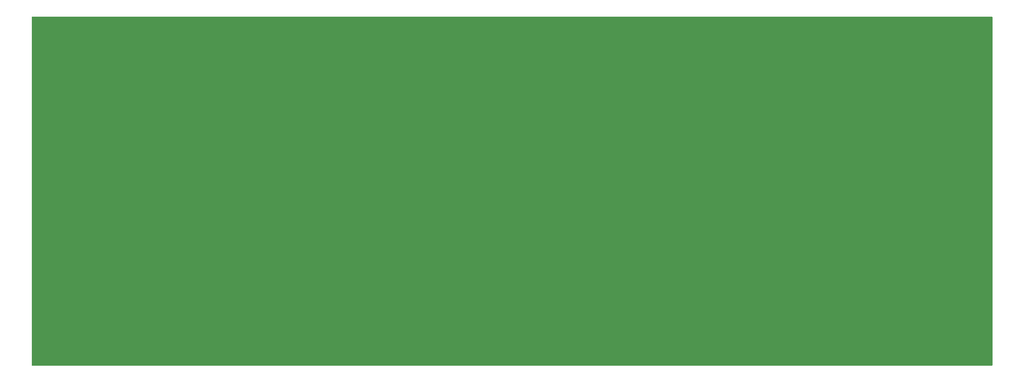
<source format=gbr>
%TF.GenerationSoftware,KiCad,Pcbnew,7.0.7*%
%TF.CreationDate,2025-01-28T13:25:58-05:00*%
%TF.ProjectId,s100 power,73313030-2070-46f7-9765-722e6b696361,rev?*%
%TF.SameCoordinates,Original*%
%TF.FileFunction,Soldermask,Top*%
%TF.FilePolarity,Negative*%
%FSLAX46Y46*%
G04 Gerber Fmt 4.6, Leading zero omitted, Abs format (unit mm)*
G04 Created by KiCad (PCBNEW 7.0.7) date 2025-01-28 13:25:58*
%MOMM*%
%LPD*%
G01*
G04 APERTURE LIST*
G04 Aperture macros list*
%AMRoundRect*
0 Rectangle with rounded corners*
0 $1 Rounding radius*
0 $2 $3 $4 $5 $6 $7 $8 $9 X,Y pos of 4 corners*
0 Add a 4 corners polygon primitive as box body*
4,1,4,$2,$3,$4,$5,$6,$7,$8,$9,$2,$3,0*
0 Add four circle primitives for the rounded corners*
1,1,$1+$1,$2,$3*
1,1,$1+$1,$4,$5*
1,1,$1+$1,$6,$7*
1,1,$1+$1,$8,$9*
0 Add four rect primitives between the rounded corners*
20,1,$1+$1,$2,$3,$4,$5,0*
20,1,$1+$1,$4,$5,$6,$7,0*
20,1,$1+$1,$6,$7,$8,$9,0*
20,1,$1+$1,$8,$9,$2,$3,0*%
G04 Aperture macros list end*
%ADD10C,3.174000*%
%ADD11C,3.700000*%
%ADD12R,4.000000X4.000000*%
%ADD13C,4.000000*%
%ADD14R,3.200000X3.200000*%
%ADD15O,3.200000X3.200000*%
%ADD16C,4.300000*%
%ADD17C,1.600000*%
%ADD18R,2.000000X1.905000*%
%ADD19O,2.000000X1.905000*%
%ADD20RoundRect,0.875000X0.875000X0.875000X-0.875000X0.875000X-0.875000X-0.875000X0.875000X-0.875000X0*%
%ADD21C,3.500000*%
%ADD22C,2.400000*%
%ADD23O,2.400000X2.400000*%
%ADD24RoundRect,0.250000X-0.620000X-0.845000X0.620000X-0.845000X0.620000X0.845000X-0.620000X0.845000X0*%
%ADD25O,1.740000X2.190000*%
G04 APERTURE END LIST*
D10*
%TO.C,J3*%
X143051504Y-86421725D03*
X136041504Y-86421725D03*
X143051504Y-91426725D03*
X136041504Y-91426725D03*
X143051504Y-96431725D03*
X136041504Y-96431725D03*
%TD*%
D11*
%TO.C,REF\u002A\u002A*%
X233041600Y-69010461D03*
%TD*%
D12*
%TO.C,C2*%
X89123330Y-112241097D03*
D13*
X89123330Y-122241097D03*
%TD*%
D14*
%TO.C,D8*%
X201208546Y-95824384D03*
D15*
X201208546Y-111064384D03*
%TD*%
D10*
%TO.C,J2*%
X232151925Y-82421725D03*
X225141925Y-82421725D03*
X232151925Y-87426725D03*
X225141925Y-87426725D03*
X232151925Y-92431725D03*
X225141925Y-92431725D03*
%TD*%
D12*
%TO.C,C1*%
X132365348Y-112241097D03*
D13*
X132365348Y-122241097D03*
%TD*%
D10*
%TO.C,J5*%
X166152740Y-86421725D03*
X159142740Y-86421725D03*
X166152740Y-91426725D03*
X159142740Y-91426725D03*
X166152740Y-96431725D03*
X159142740Y-96431725D03*
%TD*%
D16*
%TO.C,REF\u002A\u002A*%
X33016600Y-65835461D03*
%TD*%
D12*
%TO.C,C6*%
X163660930Y-106972444D03*
D13*
X163660930Y-116972444D03*
%TD*%
D10*
%TO.C,J1*%
X232151925Y-114164962D03*
X225141925Y-114164962D03*
X232151925Y-119169962D03*
X225141925Y-119169962D03*
X232151925Y-124174962D03*
X225141925Y-124174962D03*
%TD*%
D16*
%TO.C,REF\u002A\u002A*%
X33016600Y-135685461D03*
%TD*%
%TO.C,REF\u002A\u002A*%
X236216600Y-135685461D03*
%TD*%
D17*
%TO.C,C9*%
X60958683Y-77250621D03*
X60958683Y-72250621D03*
%TD*%
D18*
%TO.C,U1*%
X90387545Y-69099803D03*
D19*
X90387545Y-71639803D03*
X90387545Y-74179803D03*
%TD*%
D20*
%TO.C,F1*%
X69411218Y-92977499D03*
X61791218Y-92977499D03*
D21*
X42821218Y-92977499D03*
X35201218Y-92977499D03*
%TD*%
D12*
%TO.C,C8*%
X51937228Y-112254240D03*
D13*
X51937228Y-122254240D03*
%TD*%
D12*
%TO.C,C4*%
X191778048Y-124332255D03*
D13*
X181778048Y-124332255D03*
%TD*%
D14*
%TO.C,D1*%
X219084144Y-121134668D03*
D15*
X219084144Y-105894668D03*
%TD*%
D17*
%TO.C,C7*%
X229935551Y-105766044D03*
X229935551Y-100766044D03*
%TD*%
D12*
%TO.C,C5*%
X183927532Y-89874830D03*
D13*
X183927532Y-99874830D03*
%TD*%
D11*
%TO.C,REF\u002A\u002A*%
X36191600Y-132510461D03*
%TD*%
D14*
%TO.C,D2*%
X219084144Y-85881828D03*
D15*
X219084144Y-101121828D03*
%TD*%
D22*
%TO.C,R1*%
X224266068Y-110909979D03*
D23*
X224266068Y-95669979D03*
%TD*%
D16*
%TO.C,REF\u002A\u002A*%
X236216600Y-65835461D03*
%TD*%
D10*
%TO.C,J4*%
X83563668Y-86421725D03*
X76553668Y-86421725D03*
X83563668Y-91426725D03*
X76553668Y-91426725D03*
X83563668Y-96431725D03*
X76553668Y-96431725D03*
%TD*%
%TO.C,J6*%
X166152740Y-126744735D03*
X159142740Y-126744735D03*
X166152740Y-131749735D03*
X159142740Y-131749735D03*
X166152740Y-136754735D03*
X159142740Y-136754735D03*
%TD*%
D14*
%TO.C,D6*%
X208602405Y-111057823D03*
D15*
X208602405Y-95817823D03*
%TD*%
D14*
%TO.C,D7*%
X203950028Y-131915749D03*
D15*
X203950028Y-116675749D03*
%TD*%
D12*
%TO.C,C3*%
X110733720Y-89874830D03*
D13*
X110733720Y-99874830D03*
%TD*%
D11*
%TO.C,REF\u002A\u002A*%
X233041600Y-132510461D03*
%TD*%
%TO.C,REF\u002A\u002A*%
X36191600Y-69010461D03*
%TD*%
D24*
%TO.C,J7*%
X50408704Y-83895128D03*
D25*
X52948704Y-83895128D03*
X55488704Y-83895128D03*
%TD*%
D14*
%TO.C,D3*%
X203950028Y-70145419D03*
D15*
X203950028Y-85385419D03*
%TD*%
D14*
%TO.C,D5*%
X211347494Y-116682656D03*
D15*
X211347494Y-131922656D03*
%TD*%
D14*
%TO.C,D4*%
X211347494Y-70145419D03*
D15*
X211347494Y-85385419D03*
%TD*%
G36*
X239334639Y-62680146D02*
G01*
X239380394Y-62732950D01*
X239391600Y-62784461D01*
X239391600Y-138736461D01*
X239371915Y-138803500D01*
X239319111Y-138849255D01*
X239267600Y-138860461D01*
X29965600Y-138860461D01*
X29898561Y-138840776D01*
X29852806Y-138787972D01*
X29841600Y-138736461D01*
X29841600Y-62784461D01*
X29861285Y-62717422D01*
X29914089Y-62671667D01*
X29965600Y-62660461D01*
X239267600Y-62660461D01*
X239334639Y-62680146D01*
G37*
M02*

</source>
